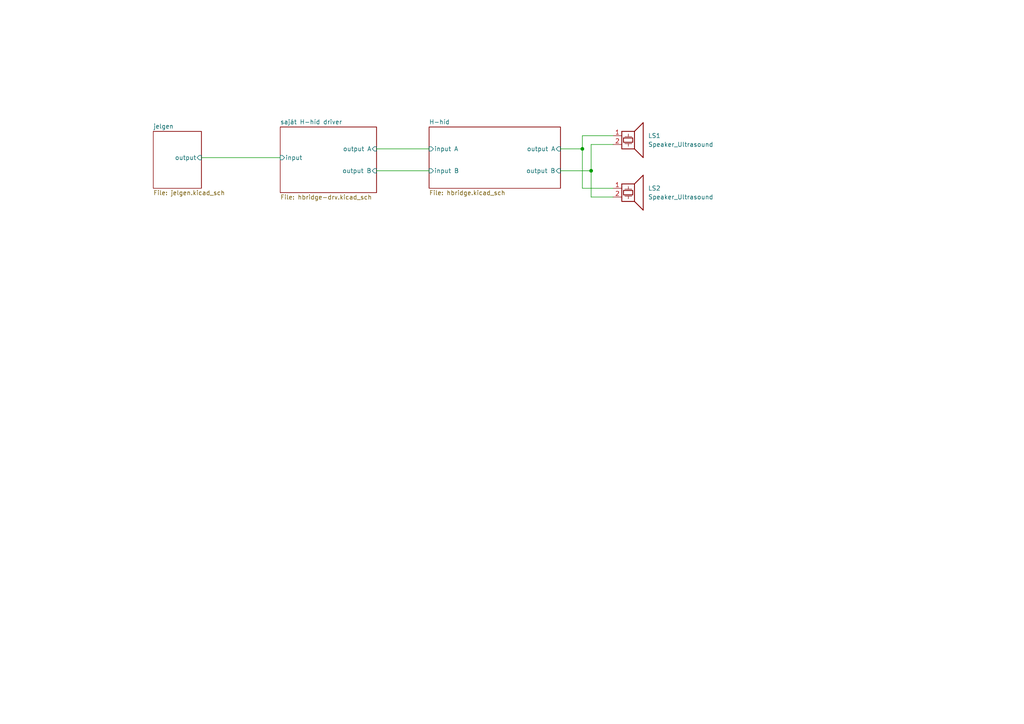
<source format=kicad_sch>
(kicad_sch
	(version 20250114)
	(generator "eeschema")
	(generator_version "9.0")
	(uuid "69584044-3e78-46a7-9ace-309a005e8329")
	(paper "A4")
	(title_block
		(title "SEM ultrahangos lebegtető")
		(date "2025-06-24")
		(company "Schönherz Elektronikai Műhely")
	)
	(lib_symbols
		(symbol "Device:Speaker_Ultrasound"
			(pin_names
				(offset 0)
				(hide yes)
			)
			(exclude_from_sim no)
			(in_bom yes)
			(on_board yes)
			(property "Reference" "LS"
				(at 0.635 5.715 0)
				(effects
					(font
						(size 1.27 1.27)
					)
					(justify right)
				)
			)
			(property "Value" "Speaker_Ultrasound"
				(at 0.635 3.81 0)
				(effects
					(font
						(size 1.27 1.27)
					)
					(justify right)
				)
			)
			(property "Footprint" ""
				(at -0.889 -1.27 0)
				(effects
					(font
						(size 1.27 1.27)
					)
					(hide yes)
				)
			)
			(property "Datasheet" "~"
				(at -0.889 -1.27 0)
				(effects
					(font
						(size 1.27 1.27)
					)
					(hide yes)
				)
			)
			(property "Description" "Ultrasonic transducer"
				(at 0 0 0)
				(effects
					(font
						(size 1.27 1.27)
					)
					(hide yes)
				)
			)
			(property "ki_keywords" "crystal speaker ultrasonic transducer"
				(at 0 0 0)
				(effects
					(font
						(size 1.27 1.27)
					)
					(hide yes)
				)
			)
			(symbol "Speaker_Ultrasound_0_0"
				(rectangle
					(start -2.54 1.27)
					(end 1.143 -3.81)
					(stroke
						(width 0.254)
						(type default)
					)
					(fill
						(type none)
					)
				)
				(rectangle
					(start -2.032 -0.635)
					(end 0.635 -1.905)
					(stroke
						(width 0.254)
						(type default)
					)
					(fill
						(type none)
					)
				)
				(polyline
					(pts
						(xy -1.651 -0.254) (xy 0.381 -0.254)
					)
					(stroke
						(width 0)
						(type default)
					)
					(fill
						(type none)
					)
				)
				(polyline
					(pts
						(xy -1.651 -2.286) (xy 0.381 -2.286)
					)
					(stroke
						(width 0)
						(type default)
					)
					(fill
						(type none)
					)
				)
				(polyline
					(pts
						(xy -0.635 -0.254) (xy -0.635 0.508)
					)
					(stroke
						(width 0)
						(type default)
					)
					(fill
						(type none)
					)
				)
				(polyline
					(pts
						(xy -0.635 -2.286) (xy -0.635 -3.048)
					)
					(stroke
						(width 0)
						(type default)
					)
					(fill
						(type none)
					)
				)
				(polyline
					(pts
						(xy 1.143 1.27) (xy 3.683 3.81) (xy 3.683 -6.35) (xy 1.143 -3.81)
					)
					(stroke
						(width 0.254)
						(type default)
					)
					(fill
						(type none)
					)
				)
			)
			(symbol "Speaker_Ultrasound_1_1"
				(pin input line
					(at -5.08 0 0)
					(length 2.54)
					(name "1"
						(effects
							(font
								(size 1.27 1.27)
							)
						)
					)
					(number "1"
						(effects
							(font
								(size 1.27 1.27)
							)
						)
					)
				)
				(pin input line
					(at -5.08 -2.54 0)
					(length 2.54)
					(name "2"
						(effects
							(font
								(size 1.27 1.27)
							)
						)
					)
					(number "2"
						(effects
							(font
								(size 1.27 1.27)
							)
						)
					)
				)
			)
			(embedded_fonts no)
		)
	)
	(junction
		(at 171.45 49.53)
		(diameter 0)
		(color 0 0 0 0)
		(uuid "82acc2ff-09bb-42a5-a40c-51530cc5e207")
	)
	(junction
		(at 168.91 43.18)
		(diameter 0)
		(color 0 0 0 0)
		(uuid "c657f2e7-a3fe-4fbf-b69c-4a088120ac30")
	)
	(wire
		(pts
			(xy 168.91 43.18) (xy 168.91 39.37)
		)
		(stroke
			(width 0)
			(type default)
		)
		(uuid "08452d1d-6aa1-4b40-8ab0-175491cab0d3")
	)
	(wire
		(pts
			(xy 58.42 45.72) (xy 81.28 45.72)
		)
		(stroke
			(width 0)
			(type default)
		)
		(uuid "0b99fdfe-eefc-414b-a02f-1c8a0d57f699")
	)
	(wire
		(pts
			(xy 168.91 54.61) (xy 177.8 54.61)
		)
		(stroke
			(width 0)
			(type default)
		)
		(uuid "1aa798e6-1b3b-453f-81e4-8123a675591a")
	)
	(wire
		(pts
			(xy 168.91 43.18) (xy 168.91 54.61)
		)
		(stroke
			(width 0)
			(type default)
		)
		(uuid "29c666b4-72ee-4fe0-863e-bca5bb829747")
	)
	(wire
		(pts
			(xy 171.45 49.53) (xy 162.56 49.53)
		)
		(stroke
			(width 0)
			(type default)
		)
		(uuid "39f9c122-e6bd-4c37-96fd-c60bf11982c0")
	)
	(wire
		(pts
			(xy 177.8 57.15) (xy 171.45 57.15)
		)
		(stroke
			(width 0)
			(type default)
		)
		(uuid "626759d4-1163-48a9-a36c-37164ab0f358")
	)
	(wire
		(pts
			(xy 109.22 43.18) (xy 124.46 43.18)
		)
		(stroke
			(width 0)
			(type default)
		)
		(uuid "9583ce0c-711f-43e7-a1dd-4dcfe2221370")
	)
	(wire
		(pts
			(xy 177.8 41.91) (xy 171.45 41.91)
		)
		(stroke
			(width 0)
			(type default)
		)
		(uuid "c7209074-f64e-4c1b-99b0-40d90af3cf5d")
	)
	(wire
		(pts
			(xy 109.22 49.53) (xy 124.46 49.53)
		)
		(stroke
			(width 0)
			(type default)
		)
		(uuid "d5e0ddeb-f883-49e5-b255-9ae9c543fd7a")
	)
	(wire
		(pts
			(xy 168.91 39.37) (xy 177.8 39.37)
		)
		(stroke
			(width 0)
			(type default)
		)
		(uuid "d9711e67-6f7a-4002-bee3-8091cb786052")
	)
	(wire
		(pts
			(xy 162.56 43.18) (xy 168.91 43.18)
		)
		(stroke
			(width 0)
			(type default)
		)
		(uuid "f2e12693-be75-4eee-a875-93bd7a009e11")
	)
	(wire
		(pts
			(xy 171.45 57.15) (xy 171.45 49.53)
		)
		(stroke
			(width 0)
			(type default)
		)
		(uuid "f44451b3-c012-4cd5-8335-4ce72c7b773c")
	)
	(wire
		(pts
			(xy 171.45 41.91) (xy 171.45 49.53)
		)
		(stroke
			(width 0)
			(type default)
		)
		(uuid "f9db5de9-d5cd-47eb-9922-a1c7bf2e325e")
	)
	(symbol
		(lib_id "Device:Speaker_Ultrasound")
		(at 182.88 54.61 0)
		(unit 1)
		(exclude_from_sim no)
		(in_bom yes)
		(on_board yes)
		(dnp no)
		(fields_autoplaced yes)
		(uuid "073342a1-861a-4e8a-be7f-653ed1af4a72")
		(property "Reference" "LS2"
			(at 187.96 54.6099 0)
			(effects
				(font
					(size 1.27 1.27)
				)
				(justify left)
			)
		)
		(property "Value" "Speaker_Ultrasound"
			(at 187.96 57.1499 0)
			(effects
				(font
					(size 1.27 1.27)
				)
				(justify left)
			)
		)
		(property "Footprint" ""
			(at 181.991 55.88 0)
			(effects
				(font
					(size 1.27 1.27)
				)
				(hide yes)
			)
		)
		(property "Datasheet" "~"
			(at 181.991 55.88 0)
			(effects
				(font
					(size 1.27 1.27)
				)
				(hide yes)
			)
		)
		(property "Description" "Ultrasonic transducer"
			(at 182.88 54.61 0)
			(effects
				(font
					(size 1.27 1.27)
				)
				(hide yes)
			)
		)
		(pin "1"
			(uuid "917a20b3-1131-4d22-ad38-32b66e1caaf4")
		)
		(pin "2"
			(uuid "3a5cb347-9ef2-46bf-a0bf-c6d94be34171")
		)
		(instances
			(project "lebegteto_analog"
				(path "/69584044-3e78-46a7-9ace-309a005e8329"
					(reference "LS2")
					(unit 1)
				)
			)
		)
	)
	(symbol
		(lib_id "Device:Speaker_Ultrasound")
		(at 182.88 39.37 0)
		(unit 1)
		(exclude_from_sim no)
		(in_bom yes)
		(on_board yes)
		(dnp no)
		(fields_autoplaced yes)
		(uuid "f20b9e8f-ef41-45ce-b373-a20948e76eff")
		(property "Reference" "LS1"
			(at 187.96 39.3699 0)
			(effects
				(font
					(size 1.27 1.27)
				)
				(justify left)
			)
		)
		(property "Value" "Speaker_Ultrasound"
			(at 187.96 41.9099 0)
			(effects
				(font
					(size 1.27 1.27)
				)
				(justify left)
			)
		)
		(property "Footprint" ""
			(at 181.991 40.64 0)
			(effects
				(font
					(size 1.27 1.27)
				)
				(hide yes)
			)
		)
		(property "Datasheet" "~"
			(at 181.991 40.64 0)
			(effects
				(font
					(size 1.27 1.27)
				)
				(hide yes)
			)
		)
		(property "Description" "Ultrasonic transducer"
			(at 182.88 39.37 0)
			(effects
				(font
					(size 1.27 1.27)
				)
				(hide yes)
			)
		)
		(pin "1"
			(uuid "d6ee246f-5cce-471b-909e-ec220b85ae74")
		)
		(pin "2"
			(uuid "736c78ab-96cc-4b2a-8049-06dd7be9eb53")
		)
		(instances
			(project ""
				(path "/69584044-3e78-46a7-9ace-309a005e8329"
					(reference "LS1")
					(unit 1)
				)
			)
		)
	)
	(sheet
		(at 81.28 36.83)
		(size 27.94 19.05)
		(exclude_from_sim no)
		(in_bom yes)
		(on_board yes)
		(dnp no)
		(fields_autoplaced yes)
		(stroke
			(width 0.1524)
			(type solid)
		)
		(fill
			(color 0 0 0 0.0000)
		)
		(uuid "63cc5b8c-30b0-4db3-8b75-d74b4357ac85")
		(property "Sheetname" "saját H-híd driver"
			(at 81.28 36.1184 0)
			(effects
				(font
					(size 1.27 1.27)
				)
				(justify left bottom)
			)
		)
		(property "Sheetfile" "hbridge-drv.kicad_sch"
			(at 81.28 56.4646 0)
			(effects
				(font
					(size 1.27 1.27)
				)
				(justify left top)
			)
		)
		(pin "input" input
			(at 81.28 45.72 180)
			(uuid "f4843d1e-d053-4a78-a87d-3456d9d410ed")
			(effects
				(font
					(size 1.27 1.27)
				)
				(justify left)
			)
		)
		(pin "output A" input
			(at 109.22 43.18 0)
			(uuid "b53ece4a-46a6-408a-a097-cb45df8e5c58")
			(effects
				(font
					(size 1.27 1.27)
				)
				(justify right)
			)
		)
		(pin "output B" input
			(at 109.22 49.53 0)
			(uuid "1649458c-aaf1-489b-850d-ab15ee4bab14")
			(effects
				(font
					(size 1.27 1.27)
				)
				(justify right)
			)
		)
		(instances
			(project "lebegteto_analog"
				(path "/69584044-3e78-46a7-9ace-309a005e8329"
					(page "3")
				)
			)
		)
	)
	(sheet
		(at 44.45 38.1)
		(size 13.97 16.51)
		(exclude_from_sim no)
		(in_bom yes)
		(on_board yes)
		(dnp no)
		(fields_autoplaced yes)
		(stroke
			(width 0.1524)
			(type solid)
		)
		(fill
			(color 0 0 0 0.0000)
		)
		(uuid "76c3ce23-0441-427c-b036-019b5956bfe7")
		(property "Sheetname" "jelgen"
			(at 44.45 37.3884 0)
			(effects
				(font
					(size 1.27 1.27)
				)
				(justify left bottom)
			)
		)
		(property "Sheetfile" "jelgen.kicad_sch"
			(at 44.45 55.1946 0)
			(effects
				(font
					(size 1.27 1.27)
				)
				(justify left top)
			)
		)
		(pin "output" input
			(at 58.42 45.72 0)
			(uuid "6cde299b-5ef3-4db1-8a8d-cec27af3abdd")
			(effects
				(font
					(size 1.27 1.27)
				)
				(justify right)
			)
		)
		(instances
			(project "lebegteto_analog"
				(path "/69584044-3e78-46a7-9ace-309a005e8329"
					(page "2")
				)
			)
		)
	)
	(sheet
		(at 124.46 36.83)
		(size 38.1 17.78)
		(exclude_from_sim no)
		(in_bom yes)
		(on_board yes)
		(dnp no)
		(fields_autoplaced yes)
		(stroke
			(width 0.1524)
			(type solid)
		)
		(fill
			(color 0 0 0 0.0000)
		)
		(uuid "a74ce5ac-a8f3-4ecc-b7a3-0ff9c35ee749")
		(property "Sheetname" "H-híd"
			(at 124.46 36.1184 0)
			(effects
				(font
					(size 1.27 1.27)
				)
				(justify left bottom)
			)
		)
		(property "Sheetfile" "hbridge.kicad_sch"
			(at 124.46 55.1946 0)
			(effects
				(font
					(size 1.27 1.27)
				)
				(justify left top)
			)
		)
		(pin "input A" input
			(at 124.46 43.18 180)
			(uuid "4f8c7ff3-689c-47c7-8d46-adde4bec5a08")
			(effects
				(font
					(size 1.27 1.27)
				)
				(justify left)
			)
		)
		(pin "input B" input
			(at 124.46 49.53 180)
			(uuid "4434a249-f6e0-4e72-bdc9-e0507fa4ad2d")
			(effects
				(font
					(size 1.27 1.27)
				)
				(justify left)
			)
		)
		(pin "output A" input
			(at 162.56 43.18 0)
			(uuid "b059b7d6-cdfa-4f3b-926d-2f6d658450e7")
			(effects
				(font
					(size 1.27 1.27)
				)
				(justify right)
			)
		)
		(pin "output B" input
			(at 162.56 49.53 0)
			(uuid "974ee7e7-f65b-46ad-91e4-c1c6fc93f8cf")
			(effects
				(font
					(size 1.27 1.27)
				)
				(justify right)
			)
		)
		(instances
			(project "lebegteto_analog"
				(path "/69584044-3e78-46a7-9ace-309a005e8329"
					(page "4")
				)
			)
		)
	)
	(sheet_instances
		(path "/"
			(page "1")
		)
	)
	(embedded_fonts no)
)

</source>
